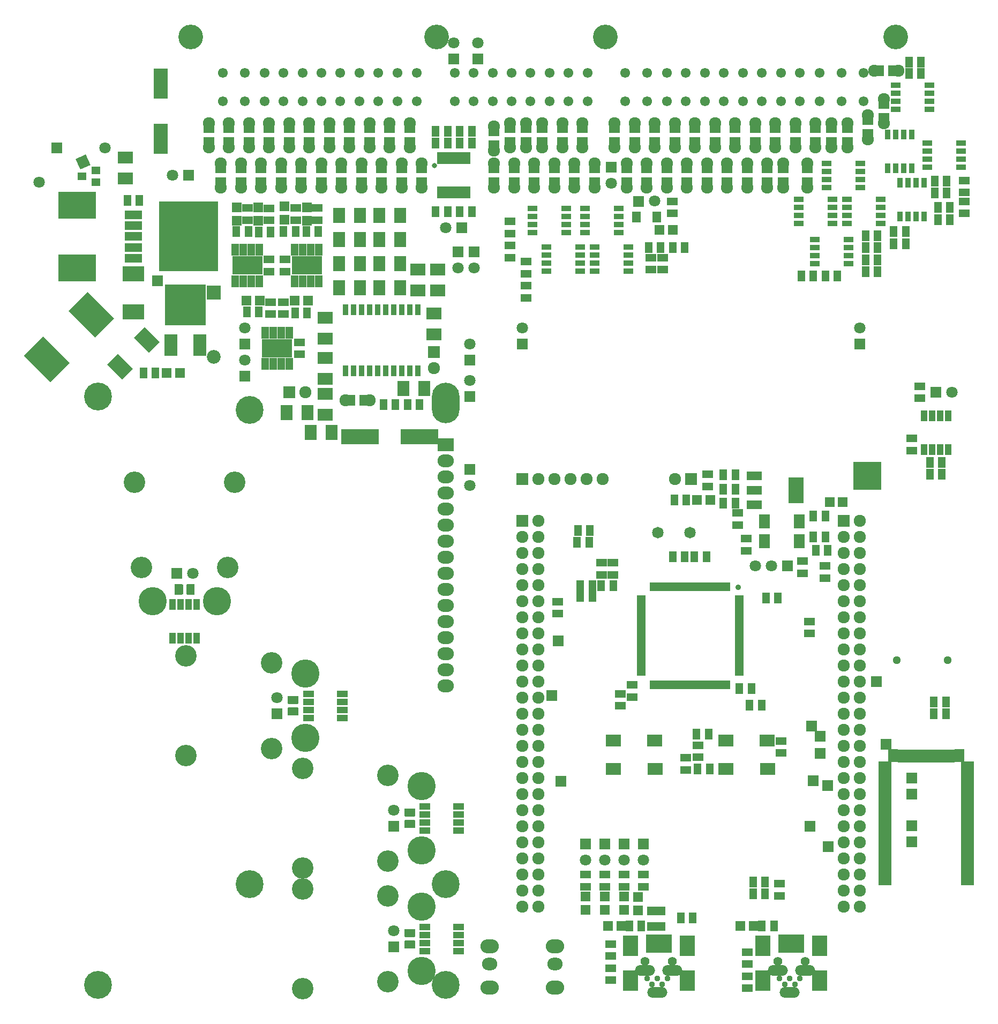
<source format=gts>
G04 (created by PCBNEW (2013-07-07 BZR 4022)-stable) date 7/10/2014 10:27:14 PM*
%MOIN*%
G04 Gerber Fmt 3.4, Leading zero omitted, Abs format*
%FSLAX34Y34*%
G01*
G70*
G90*
G04 APERTURE LIST*
%ADD10C,0.00393701*%
%ADD11C,0.173248*%
%ADD12O,0.100748X0.080748*%
%ADD13R,0.100748X0.080748*%
%ADD14O,0.173228X0.251968*%
%ADD15R,0.055748X0.025748*%
%ADD16R,0.025748X0.055748*%
%ADD17C,0.035748*%
%ADD18R,0.033448X0.074748*%
%ADD19C,0.032*%
%ADD20R,0.070748X0.050748*%
%ADD21C,0.075748*%
%ADD22R,0.023748X0.075748*%
%ADD23C,0.061048*%
%ADD24C,0.153548*%
%ADD25R,0.050748X0.070748*%
%ADD26R,0.070748X0.070748*%
%ADD27C,0.070748*%
%ADD28R,0.062948X0.062948*%
%ADD29R,0.075748X0.075748*%
%ADD30R,0.095748X0.159748*%
%ADD31R,0.095748X0.055748*%
%ADD32C,0.071748*%
%ADD33R,0.0433071X0.0551181*%
%ADD34R,0.0944882X0.0748031*%
%ADD35R,0.175748X0.175748*%
%ADD36R,0.133848X0.094448*%
%ADD37R,0.232248X0.167348*%
%ADD38R,0.105748X0.057748*%
%ADD39R,0.365748X0.435748*%
%ADD40R,0.080748X0.135748*%
%ADD41R,0.255748X0.255748*%
%ADD42R,0.090548X0.188948*%
%ADD43R,0.095748X0.075748*%
%ADD44R,0.055148X0.047248*%
%ADD45C,0.085748*%
%ADD46R,0.085748X0.085748*%
%ADD47R,0.075748X0.095748*%
%ADD48R,0.232248X0.094448*%
%ADD49R,0.035748X0.065748*%
%ADD50C,0.050748*%
%ADD51R,0.060748X0.035748*%
%ADD52R,0.035748X0.060748*%
%ADD53R,0.053748X0.065748*%
%ADD54R,0.039348X0.070848*%
%ADD55R,0.190748X0.115748*%
%ADD56R,0.045748X0.075748*%
%ADD57C,0.037748*%
%ADD58O,0.125748X0.065748*%
%ADD59R,0.035748X0.115748*%
%ADD60R,0.0944882X0.125748*%
%ADD61C,0.055748*%
%ADD62O,0.094448X0.078748*%
%ADD63O,0.114148X0.086648*%
%ADD64R,0.082648X0.062948*%
%ADD65R,0.062948X0.078648*%
%ADD66R,0.062948X0.082648*%
%ADD67R,0.075748X0.023748*%
%ADD68C,0.133848*%
%ADD69R,0.070848X0.039348*%
%ADD70R,0.060748X0.040748*%
%ADD71C,0.175748*%
%ADD72R,0.040748X0.060748*%
%ADD73R,0.0669291X0.0905512*%
G04 APERTURE END LIST*
G54D10*
G54D11*
X57295Y-42584D03*
X57295Y-72112D03*
X69500Y-72112D03*
G54D12*
X69500Y-58750D03*
X69500Y-59750D03*
G54D13*
X69500Y-44750D03*
G54D12*
X69500Y-45750D03*
X69500Y-46750D03*
X69500Y-47750D03*
X69500Y-48750D03*
X69500Y-49750D03*
X69500Y-50750D03*
X69500Y-51750D03*
X69500Y-52750D03*
X69500Y-53750D03*
X69500Y-54750D03*
X69500Y-55750D03*
X69500Y-56750D03*
X69500Y-57750D03*
G54D14*
X69500Y-42167D03*
G54D11*
X69500Y-78364D03*
X47845Y-41750D03*
X47846Y-78364D03*
G54D15*
X87750Y-54274D03*
X87750Y-58994D03*
X87750Y-58794D03*
X87750Y-58604D03*
X87750Y-58404D03*
X87750Y-58204D03*
X87750Y-58014D03*
X87750Y-57814D03*
X87750Y-57614D03*
X87750Y-57424D03*
X87750Y-57224D03*
X87750Y-57024D03*
X87750Y-56824D03*
X87750Y-56634D03*
X87750Y-56434D03*
X87750Y-56234D03*
X87750Y-56044D03*
X87750Y-55844D03*
X87750Y-55644D03*
X87750Y-55454D03*
X87750Y-55254D03*
X87750Y-55054D03*
X87750Y-54864D03*
X87750Y-54664D03*
X87750Y-54464D03*
G54D16*
X87060Y-59684D03*
X82340Y-59684D03*
X82540Y-59684D03*
X82730Y-59684D03*
X82930Y-59684D03*
X83130Y-59684D03*
X83320Y-59684D03*
X83520Y-59684D03*
X83720Y-59684D03*
X83910Y-59684D03*
X84110Y-59684D03*
X84310Y-59684D03*
X84510Y-59684D03*
X84700Y-59684D03*
X84900Y-59684D03*
X85100Y-59684D03*
X85290Y-59684D03*
X85490Y-59684D03*
X85690Y-59684D03*
X85880Y-59684D03*
X86080Y-59684D03*
X86280Y-59684D03*
X86470Y-59684D03*
X86670Y-59684D03*
X86870Y-59684D03*
X87060Y-53584D03*
X86860Y-53584D03*
X86670Y-53584D03*
X86470Y-53584D03*
X86270Y-53584D03*
X86080Y-53584D03*
X85880Y-53584D03*
X85680Y-53584D03*
X85490Y-53584D03*
X85290Y-53584D03*
X85090Y-53584D03*
X84890Y-53584D03*
X84700Y-53584D03*
X84500Y-53584D03*
X84300Y-53584D03*
X84110Y-53584D03*
X83910Y-53584D03*
X83710Y-53584D03*
X83520Y-53584D03*
X83320Y-53584D03*
X83120Y-53584D03*
X82930Y-53584D03*
X82730Y-53584D03*
X82530Y-53584D03*
X82340Y-53584D03*
G54D15*
X81650Y-54274D03*
X81650Y-54474D03*
X81650Y-54664D03*
X81650Y-54864D03*
X81650Y-55064D03*
X81650Y-55254D03*
X81650Y-55454D03*
X81650Y-55654D03*
X81650Y-55844D03*
X81650Y-56044D03*
X81650Y-56244D03*
X81650Y-56444D03*
X81650Y-56634D03*
X81650Y-56834D03*
X81650Y-57034D03*
X81650Y-57224D03*
X81650Y-57424D03*
X81650Y-57624D03*
X81650Y-57814D03*
X81650Y-58014D03*
X81650Y-58214D03*
X81650Y-58404D03*
X81650Y-58604D03*
X81650Y-58804D03*
X81650Y-58994D03*
G54D17*
X87700Y-53634D03*
G54D18*
X69125Y-29059D03*
X69375Y-29059D03*
X69625Y-29059D03*
X69875Y-29059D03*
X70125Y-29059D03*
X70375Y-29059D03*
X70625Y-29059D03*
X70875Y-29059D03*
X70875Y-26941D03*
X70625Y-26941D03*
X70375Y-26941D03*
X70125Y-26941D03*
X69875Y-26941D03*
X69625Y-26941D03*
X69375Y-26941D03*
X69125Y-26941D03*
G54D19*
X68800Y-27400D03*
G54D20*
X78000Y-25875D03*
X78000Y-25125D03*
G54D21*
X78000Y-24750D03*
X78000Y-26250D03*
G54D22*
X78000Y-25000D03*
X78000Y-26000D03*
G54D20*
X61000Y-25875D03*
X61000Y-25125D03*
G54D21*
X61000Y-24750D03*
X61000Y-26250D03*
G54D22*
X61000Y-25000D03*
X61000Y-26000D03*
G54D20*
X59750Y-25875D03*
X59750Y-25125D03*
G54D21*
X59750Y-24750D03*
X59750Y-26250D03*
G54D22*
X59750Y-25000D03*
X59750Y-26000D03*
G54D20*
X58500Y-25875D03*
X58500Y-25125D03*
G54D21*
X58500Y-24750D03*
X58500Y-26250D03*
G54D22*
X58500Y-25000D03*
X58500Y-26000D03*
G54D20*
X57250Y-25875D03*
X57250Y-25125D03*
G54D21*
X57250Y-24750D03*
X57250Y-26250D03*
G54D22*
X57250Y-25000D03*
X57250Y-26000D03*
G54D20*
X54750Y-25875D03*
X54750Y-25125D03*
G54D21*
X54750Y-24750D03*
X54750Y-26250D03*
G54D22*
X54750Y-26000D03*
X54750Y-25000D03*
G54D20*
X56000Y-25875D03*
X56000Y-25125D03*
G54D21*
X56000Y-24750D03*
X56000Y-26250D03*
G54D22*
X56000Y-26000D03*
X56000Y-25000D03*
G54D20*
X87000Y-28375D03*
X87000Y-27625D03*
G54D21*
X87000Y-27250D03*
X87000Y-28750D03*
G54D22*
X87000Y-28500D03*
X87000Y-27500D03*
G54D23*
X55621Y-21628D03*
X55621Y-23400D03*
X56998Y-23400D03*
X56998Y-21628D03*
X61762Y-21628D03*
X61762Y-23400D03*
X60581Y-23400D03*
X60581Y-21628D03*
X58219Y-21628D03*
X58219Y-23400D03*
X59400Y-23400D03*
X59400Y-21628D03*
X64124Y-21628D03*
X64124Y-23400D03*
X62943Y-23400D03*
X62943Y-21628D03*
X65305Y-21628D03*
X65305Y-23400D03*
X66486Y-23400D03*
X66486Y-21628D03*
X73592Y-21628D03*
X73592Y-23400D03*
X72411Y-23400D03*
X72411Y-21628D03*
X70049Y-21628D03*
X70049Y-23400D03*
X71230Y-23400D03*
X71230Y-21628D03*
X75955Y-21628D03*
X75955Y-23400D03*
X74774Y-23400D03*
X74774Y-21628D03*
X77136Y-21628D03*
X77136Y-23400D03*
X67707Y-21628D03*
X67707Y-23400D03*
X78317Y-23400D03*
X78317Y-21628D03*
X82036Y-23400D03*
X82036Y-21628D03*
X80658Y-23400D03*
X80658Y-21628D03*
X86801Y-23400D03*
X86801Y-21628D03*
X85620Y-23400D03*
X85620Y-21628D03*
X83258Y-23400D03*
X83258Y-21628D03*
X84439Y-23400D03*
X84439Y-21628D03*
X89163Y-23400D03*
X89163Y-21628D03*
X87982Y-23400D03*
X87982Y-21628D03*
X90344Y-23400D03*
X90344Y-21628D03*
X91525Y-23400D03*
X91525Y-21628D03*
X92746Y-23400D03*
X92746Y-21628D03*
X94124Y-23400D03*
X94124Y-21628D03*
G54D24*
X53632Y-19384D03*
X68927Y-19384D03*
X79439Y-19384D03*
G54D23*
X95502Y-23400D03*
X95502Y-21628D03*
G54D24*
X97490Y-19384D03*
G54D20*
X75500Y-25875D03*
X75500Y-25125D03*
G54D21*
X75500Y-24750D03*
X75500Y-26250D03*
G54D20*
X77500Y-28375D03*
X77500Y-27625D03*
G54D21*
X77500Y-27250D03*
X77500Y-28750D03*
G54D20*
X76750Y-25875D03*
X76750Y-25125D03*
G54D21*
X76750Y-24750D03*
X76750Y-26250D03*
G54D20*
X78750Y-28375D03*
X78750Y-27625D03*
G54D21*
X78750Y-27250D03*
X78750Y-28750D03*
G54D20*
X80750Y-28375D03*
X80750Y-27625D03*
G54D21*
X80750Y-27250D03*
X80750Y-28750D03*
G54D20*
X80000Y-25875D03*
X80000Y-25125D03*
G54D21*
X80000Y-24750D03*
X80000Y-26250D03*
G54D20*
X82000Y-28375D03*
X82000Y-27625D03*
G54D21*
X82000Y-27250D03*
X82000Y-28750D03*
G54D20*
X81250Y-25875D03*
X81250Y-25125D03*
G54D21*
X81250Y-24750D03*
X81250Y-26250D03*
G54D20*
X83250Y-28375D03*
X83250Y-27625D03*
G54D21*
X83250Y-27250D03*
X83250Y-28750D03*
G54D20*
X82500Y-25875D03*
X82500Y-25125D03*
G54D21*
X82500Y-24750D03*
X82500Y-26250D03*
G54D20*
X84500Y-28375D03*
X84500Y-27625D03*
G54D21*
X84500Y-27250D03*
X84500Y-28750D03*
G54D20*
X83750Y-25875D03*
X83750Y-25125D03*
G54D21*
X83750Y-24750D03*
X83750Y-26250D03*
G54D20*
X85750Y-28375D03*
X85750Y-27625D03*
G54D21*
X85750Y-27250D03*
X85750Y-28750D03*
G54D20*
X85000Y-25875D03*
X85000Y-25125D03*
G54D21*
X85000Y-24750D03*
X85000Y-26250D03*
G54D20*
X76250Y-28375D03*
X76250Y-27625D03*
G54D21*
X76250Y-27250D03*
X76250Y-28750D03*
G54D20*
X86250Y-25875D03*
X86250Y-25125D03*
G54D21*
X86250Y-24750D03*
X86250Y-26250D03*
G54D20*
X88250Y-28375D03*
X88250Y-27625D03*
G54D21*
X88250Y-27250D03*
X88250Y-28750D03*
G54D20*
X87500Y-25875D03*
X87500Y-25125D03*
G54D21*
X87500Y-24750D03*
X87500Y-26250D03*
G54D20*
X89500Y-28375D03*
X89500Y-27625D03*
G54D21*
X89500Y-27250D03*
X89500Y-28750D03*
G54D20*
X88750Y-25875D03*
X88750Y-25125D03*
G54D21*
X88750Y-24750D03*
X88750Y-26250D03*
G54D20*
X90500Y-28375D03*
X90500Y-27625D03*
G54D21*
X90500Y-27250D03*
X90500Y-28750D03*
G54D20*
X90000Y-25875D03*
X90000Y-25125D03*
G54D21*
X90000Y-24750D03*
X90000Y-26250D03*
G54D20*
X92000Y-28375D03*
X92000Y-27625D03*
G54D21*
X92000Y-27250D03*
X92000Y-28750D03*
G54D20*
X91250Y-25875D03*
X91250Y-25125D03*
G54D21*
X91250Y-24750D03*
X91250Y-26250D03*
G54D20*
X93500Y-25875D03*
X93500Y-25125D03*
G54D21*
X93500Y-24750D03*
X93500Y-26250D03*
G54D20*
X92500Y-25875D03*
X92500Y-25125D03*
G54D21*
X92500Y-24750D03*
X92500Y-26250D03*
G54D20*
X95750Y-25375D03*
X95750Y-24625D03*
G54D21*
X95750Y-24250D03*
X95750Y-25750D03*
G54D20*
X94500Y-25875D03*
X94500Y-25125D03*
G54D21*
X94500Y-24750D03*
X94500Y-26250D03*
G54D20*
X96750Y-24375D03*
X96750Y-23625D03*
G54D21*
X96750Y-23250D03*
X96750Y-24750D03*
G54D25*
X97275Y-21500D03*
X96525Y-21500D03*
G54D21*
X96150Y-21500D03*
X97650Y-21500D03*
G54D20*
X65500Y-28375D03*
X65500Y-27625D03*
G54D21*
X65500Y-27250D03*
X65500Y-28750D03*
G54D20*
X56750Y-28375D03*
X56750Y-27625D03*
G54D21*
X56750Y-27250D03*
X56750Y-28750D03*
G54D20*
X58000Y-28375D03*
X58000Y-27625D03*
G54D21*
X58000Y-27250D03*
X58000Y-28750D03*
G54D20*
X59250Y-28375D03*
X59250Y-27625D03*
G54D21*
X59250Y-27250D03*
X59250Y-28750D03*
G54D20*
X60500Y-28375D03*
X60500Y-27625D03*
G54D21*
X60500Y-27250D03*
X60500Y-28750D03*
G54D20*
X61750Y-28375D03*
X61750Y-27625D03*
G54D21*
X61750Y-27250D03*
X61750Y-28750D03*
G54D20*
X63000Y-28375D03*
X63000Y-27625D03*
G54D21*
X63000Y-27250D03*
X63000Y-28750D03*
G54D20*
X62250Y-25875D03*
X62250Y-25125D03*
G54D21*
X62250Y-24750D03*
X62250Y-26250D03*
G54D20*
X64250Y-28375D03*
X64250Y-27625D03*
G54D21*
X64250Y-27250D03*
X64250Y-28750D03*
G54D20*
X63500Y-25875D03*
X63500Y-25125D03*
G54D21*
X63500Y-24750D03*
X63500Y-26250D03*
G54D20*
X55500Y-28375D03*
X55500Y-27625D03*
G54D21*
X55500Y-27250D03*
X55500Y-28750D03*
G54D20*
X64750Y-25875D03*
X64750Y-25125D03*
G54D21*
X64750Y-24750D03*
X64750Y-26250D03*
G54D20*
X66750Y-28375D03*
X66750Y-27625D03*
G54D21*
X66750Y-27250D03*
X66750Y-28750D03*
G54D20*
X66000Y-25875D03*
X66000Y-25125D03*
G54D21*
X66000Y-24750D03*
X66000Y-26250D03*
G54D20*
X68000Y-28375D03*
X68000Y-27625D03*
G54D21*
X68000Y-27250D03*
X68000Y-28750D03*
G54D20*
X67250Y-25875D03*
X67250Y-25125D03*
G54D21*
X67250Y-24750D03*
X67250Y-26250D03*
G54D20*
X72500Y-28375D03*
X72500Y-27625D03*
G54D21*
X72500Y-27250D03*
X72500Y-28750D03*
G54D20*
X72500Y-26075D03*
X72500Y-25325D03*
G54D21*
X72500Y-24950D03*
X72500Y-26450D03*
G54D26*
X74250Y-38500D03*
G54D27*
X74250Y-37500D03*
G54D26*
X95250Y-38500D03*
G54D27*
X95250Y-37500D03*
G54D26*
X70500Y-31250D03*
G54D27*
X69500Y-31250D03*
G54D20*
X90350Y-63934D03*
X90350Y-63184D03*
G54D25*
X84975Y-51734D03*
X85725Y-51734D03*
X84375Y-51734D03*
X83625Y-51734D03*
G54D20*
X84425Y-64984D03*
X84425Y-64234D03*
G54D25*
X77875Y-53534D03*
X78625Y-53534D03*
X77875Y-54184D03*
X78625Y-54184D03*
G54D20*
X79200Y-52109D03*
X79200Y-52859D03*
X79900Y-52109D03*
X79900Y-52859D03*
X87650Y-49759D03*
X87650Y-49009D03*
G54D25*
X78475Y-50084D03*
X77725Y-50084D03*
X83725Y-48184D03*
X84475Y-48184D03*
G54D20*
X81100Y-60459D03*
X81100Y-59709D03*
G54D25*
X88525Y-59934D03*
X87775Y-59934D03*
X90175Y-54284D03*
X89425Y-54284D03*
G54D20*
X80350Y-60259D03*
X80350Y-61009D03*
X93100Y-53059D03*
X93100Y-52309D03*
G54D25*
X88400Y-60959D03*
X89150Y-60959D03*
X86775Y-48384D03*
X87525Y-48384D03*
X87525Y-47534D03*
X86775Y-47534D03*
G54D28*
X85137Y-48184D03*
X85963Y-48184D03*
G54D25*
X78425Y-50834D03*
X77675Y-50834D03*
G54D26*
X78200Y-69584D03*
G54D27*
X78200Y-70584D03*
G54D26*
X79400Y-69584D03*
G54D27*
X79400Y-70584D03*
G54D26*
X80600Y-69584D03*
G54D27*
X80600Y-70584D03*
G54D26*
X81800Y-69584D03*
G54D27*
X81800Y-70584D03*
G54D26*
X90750Y-52284D03*
G54D27*
X89750Y-52284D03*
X88750Y-52284D03*
G54D29*
X74250Y-49484D03*
G54D21*
X75250Y-49484D03*
X74250Y-50484D03*
X75250Y-50484D03*
X74250Y-51484D03*
X75250Y-51484D03*
X74250Y-52484D03*
X75250Y-52484D03*
X74250Y-53484D03*
X75250Y-53484D03*
X74250Y-54484D03*
X75250Y-54484D03*
X74250Y-55484D03*
X75250Y-55484D03*
X74250Y-56484D03*
X75250Y-56484D03*
X74250Y-57484D03*
X75250Y-57484D03*
X74250Y-58484D03*
X75250Y-58484D03*
X74250Y-59484D03*
X75250Y-59484D03*
X74250Y-60484D03*
X75250Y-60484D03*
X74250Y-61484D03*
X75250Y-61484D03*
X74250Y-62484D03*
X75250Y-62484D03*
X74250Y-63484D03*
X75250Y-63484D03*
X74250Y-64484D03*
X75250Y-64484D03*
X74250Y-65484D03*
X75250Y-65484D03*
X74250Y-66484D03*
X75250Y-66484D03*
X74250Y-67484D03*
X75250Y-67484D03*
X74250Y-68484D03*
X75250Y-68484D03*
X74250Y-69484D03*
X75250Y-69484D03*
X74250Y-70484D03*
X75250Y-70484D03*
X74250Y-71484D03*
X75250Y-71484D03*
X74250Y-72484D03*
X75250Y-72484D03*
X74250Y-73484D03*
X75250Y-73484D03*
G54D29*
X94250Y-49484D03*
G54D21*
X95250Y-49484D03*
X94250Y-50484D03*
X95250Y-50484D03*
X94250Y-51484D03*
X95250Y-51484D03*
X94250Y-52484D03*
X95250Y-52484D03*
X94250Y-53484D03*
X95250Y-53484D03*
X94250Y-54484D03*
X95250Y-54484D03*
X94250Y-55484D03*
X95250Y-55484D03*
X94250Y-56484D03*
X95250Y-56484D03*
X94250Y-57484D03*
X95250Y-57484D03*
X94250Y-58484D03*
X95250Y-58484D03*
X94250Y-59484D03*
X95250Y-59484D03*
X94250Y-60484D03*
X95250Y-60484D03*
X94250Y-61484D03*
X95250Y-61484D03*
X94250Y-62484D03*
X95250Y-62484D03*
X94250Y-63484D03*
X95250Y-63484D03*
X94250Y-64484D03*
X95250Y-64484D03*
X94250Y-65484D03*
X95250Y-65484D03*
X94250Y-66484D03*
X95250Y-66484D03*
X94250Y-67484D03*
X95250Y-67484D03*
X94250Y-68484D03*
X95250Y-68484D03*
X94250Y-69484D03*
X95250Y-69484D03*
X94250Y-70484D03*
X95250Y-70484D03*
X94250Y-71484D03*
X95250Y-71484D03*
X94250Y-72484D03*
X95250Y-72484D03*
X94250Y-73484D03*
X95250Y-73484D03*
G54D29*
X84750Y-46884D03*
G54D21*
X83750Y-46884D03*
G54D29*
X74250Y-46884D03*
G54D21*
X75250Y-46884D03*
X76250Y-46884D03*
X77250Y-46884D03*
X78250Y-46884D03*
X79250Y-46884D03*
G54D25*
X85100Y-62759D03*
X85850Y-62759D03*
G54D20*
X85200Y-64209D03*
X85200Y-63459D03*
G54D25*
X85175Y-64934D03*
X85925Y-64934D03*
G54D20*
X92125Y-55759D03*
X92125Y-56509D03*
X76450Y-54525D03*
X76450Y-55275D03*
X78200Y-72259D03*
X78200Y-71509D03*
X79400Y-72259D03*
X79400Y-71509D03*
X80600Y-72259D03*
X80600Y-71509D03*
X81800Y-72259D03*
X81800Y-71509D03*
G54D25*
X79925Y-53534D03*
X79175Y-53534D03*
G54D20*
X85800Y-47359D03*
X85800Y-46609D03*
G54D25*
X80925Y-74700D03*
X81675Y-74700D03*
X93125Y-49184D03*
X92375Y-49184D03*
G54D30*
X91300Y-47584D03*
G54D31*
X88700Y-47584D03*
X88700Y-48484D03*
X88700Y-46684D03*
G54D32*
X82700Y-50234D03*
X84700Y-50234D03*
G54D20*
X79750Y-76575D03*
X79750Y-75825D03*
X79750Y-77325D03*
X79750Y-78075D03*
X91700Y-52759D03*
X91700Y-52009D03*
X88200Y-51359D03*
X88200Y-50609D03*
G54D33*
X82974Y-73777D03*
X82600Y-73777D03*
X82225Y-73777D03*
X82225Y-74722D03*
X82600Y-74722D03*
X82974Y-74722D03*
G54D34*
X86920Y-63148D03*
X89479Y-63148D03*
X89518Y-64919D03*
X86920Y-64919D03*
X79920Y-63148D03*
X82479Y-63148D03*
X82518Y-64919D03*
X79920Y-64919D03*
G54D35*
X95710Y-46704D03*
G54D28*
X80590Y-72871D03*
X80590Y-73697D03*
X78190Y-72871D03*
X78190Y-73697D03*
X79390Y-72871D03*
X79390Y-73697D03*
X81450Y-72887D03*
X81450Y-73713D03*
X80413Y-74700D03*
X79587Y-74700D03*
X93377Y-48324D03*
X94203Y-48324D03*
G54D25*
X84125Y-74200D03*
X84875Y-74200D03*
X86775Y-46624D03*
X87525Y-46624D03*
X92515Y-51324D03*
X93265Y-51324D03*
X92375Y-50504D03*
X93125Y-50504D03*
X69625Y-26000D03*
X68875Y-26000D03*
X71125Y-26000D03*
X70375Y-26000D03*
X69625Y-25250D03*
X68875Y-25250D03*
X71125Y-25250D03*
X70375Y-25250D03*
X68875Y-30250D03*
X69625Y-30250D03*
X70375Y-30250D03*
X71125Y-30250D03*
G54D36*
X50056Y-36491D03*
X50056Y-34129D03*
G54D10*
G36*
X49360Y-40702D02*
X48413Y-39755D01*
X49081Y-39087D01*
X50028Y-40034D01*
X49360Y-40702D01*
X49360Y-40702D01*
G37*
G36*
X51030Y-39032D02*
X50084Y-38085D01*
X50751Y-37417D01*
X51698Y-38364D01*
X51030Y-39032D01*
X51030Y-39032D01*
G37*
G54D37*
X46556Y-29851D03*
X46556Y-33769D03*
G54D10*
G36*
X47211Y-35262D02*
X48854Y-36904D01*
X47670Y-38087D01*
X46028Y-36445D01*
X47211Y-35262D01*
X47211Y-35262D01*
G37*
G36*
X44441Y-38032D02*
X46083Y-39674D01*
X44900Y-40858D01*
X43258Y-39215D01*
X44441Y-38032D01*
X44441Y-38032D01*
G37*
G54D25*
X50681Y-40310D03*
X51431Y-40310D03*
G54D28*
X52143Y-40310D03*
X52969Y-40310D03*
G54D38*
X50056Y-30470D03*
G54D39*
X53506Y-31810D03*
G54D38*
X50056Y-31810D03*
X50056Y-31140D03*
X50056Y-32480D03*
X50056Y-33150D03*
G54D40*
X52406Y-38560D03*
G54D41*
X53306Y-36060D03*
G54D40*
X54206Y-38560D03*
G54D42*
X51750Y-25732D03*
X51750Y-22307D03*
G54D25*
X49681Y-29560D03*
X50431Y-29560D03*
G54D26*
X51556Y-34560D03*
G54D43*
X49556Y-28210D03*
X49556Y-26910D03*
G54D44*
X46873Y-28060D03*
X47739Y-27685D03*
X47739Y-28435D03*
G54D45*
X55056Y-39310D03*
G54D46*
X55056Y-35310D03*
G54D10*
G36*
X46744Y-27646D02*
X46445Y-27005D01*
X47086Y-26706D01*
X47385Y-27347D01*
X46744Y-27646D01*
X46744Y-27646D01*
G37*
G54D27*
X44196Y-28443D03*
G54D26*
X45306Y-26310D03*
G54D27*
X48306Y-26310D03*
G54D26*
X53500Y-28000D03*
G54D27*
X52500Y-28000D03*
G54D43*
X68750Y-37900D03*
X68750Y-36600D03*
X67750Y-33850D03*
X67750Y-35150D03*
X62000Y-42900D03*
X62000Y-41600D03*
X69000Y-33850D03*
X69000Y-35150D03*
X62000Y-38150D03*
X62000Y-36850D03*
G54D47*
X68150Y-41250D03*
X66850Y-41250D03*
G54D43*
X62000Y-40650D03*
X62000Y-39350D03*
G54D47*
X65350Y-35000D03*
X66650Y-35000D03*
X64150Y-35000D03*
X62850Y-35000D03*
X65350Y-33500D03*
X66650Y-33500D03*
X62850Y-32000D03*
X64150Y-32000D03*
X62850Y-30500D03*
X64150Y-30500D03*
X66650Y-30500D03*
X65350Y-30500D03*
X66650Y-32000D03*
X65350Y-32000D03*
G54D25*
X67875Y-42250D03*
X67125Y-42250D03*
X65625Y-42250D03*
X66375Y-42250D03*
G54D48*
X64150Y-44250D03*
X67850Y-44250D03*
G54D47*
X62400Y-44000D03*
X61100Y-44000D03*
X60900Y-42750D03*
X59600Y-42750D03*
G54D49*
X67750Y-36350D03*
X67250Y-36350D03*
X66750Y-36350D03*
X66250Y-36350D03*
X65750Y-36350D03*
X65250Y-36350D03*
X64750Y-36350D03*
X64250Y-36350D03*
X63750Y-36350D03*
X63250Y-36350D03*
X63250Y-40150D03*
X63750Y-40150D03*
X64250Y-40150D03*
X64750Y-40150D03*
X65250Y-40150D03*
X65750Y-40150D03*
X66250Y-40150D03*
X66750Y-40150D03*
X67250Y-40150D03*
X67750Y-40150D03*
G54D29*
X59750Y-41500D03*
G54D21*
X60750Y-41500D03*
G54D26*
X71000Y-41750D03*
G54D27*
X71000Y-40750D03*
G54D26*
X71000Y-39500D03*
G54D27*
X71000Y-38500D03*
G54D20*
X88250Y-76325D03*
X88250Y-77075D03*
G54D25*
X88625Y-71950D03*
X89375Y-71950D03*
X89375Y-72700D03*
X88625Y-72700D03*
G54D20*
X90250Y-72075D03*
X90250Y-72825D03*
X88250Y-77825D03*
X88250Y-78575D03*
G54D25*
X89925Y-74700D03*
X89175Y-74700D03*
X100625Y-60750D03*
X99875Y-60750D03*
X99875Y-61500D03*
X100625Y-61500D03*
G54D28*
X88663Y-74700D03*
X87837Y-74700D03*
G54D50*
X97576Y-58158D03*
X100725Y-58158D03*
G54D20*
X83000Y-33125D03*
X83000Y-33875D03*
G54D25*
X83625Y-32500D03*
X84375Y-32500D03*
G54D20*
X73500Y-32375D03*
X73500Y-33125D03*
X74500Y-34875D03*
X74500Y-35625D03*
G54D25*
X95625Y-34000D03*
X96375Y-34000D03*
X92375Y-34250D03*
X91625Y-34250D03*
X96375Y-33250D03*
X95625Y-33250D03*
X93875Y-34250D03*
X93125Y-34250D03*
G54D20*
X73500Y-30875D03*
X73500Y-31625D03*
X74500Y-33375D03*
X74500Y-34125D03*
G54D25*
X82125Y-32500D03*
X82875Y-32500D03*
G54D20*
X82250Y-33875D03*
X82250Y-33125D03*
G54D51*
X92450Y-33500D03*
X94550Y-33500D03*
X92450Y-33000D03*
X92450Y-32500D03*
X92450Y-32000D03*
X94550Y-33000D03*
X94550Y-32500D03*
X94550Y-32000D03*
X91450Y-31000D03*
X93550Y-31000D03*
X91450Y-30500D03*
X91450Y-30000D03*
X91450Y-29500D03*
X93550Y-30500D03*
X93550Y-30000D03*
X93550Y-29500D03*
X77000Y-30050D03*
X74900Y-30050D03*
X77000Y-30550D03*
X77000Y-31050D03*
X77000Y-31550D03*
X74900Y-30550D03*
X74900Y-31050D03*
X74900Y-31550D03*
X78150Y-31550D03*
X80250Y-31550D03*
X78150Y-31050D03*
X78150Y-30550D03*
X78150Y-30050D03*
X80250Y-31050D03*
X80250Y-30550D03*
X80250Y-30050D03*
X78750Y-33950D03*
X80850Y-33950D03*
X78750Y-33450D03*
X78750Y-32950D03*
X78750Y-32450D03*
X80850Y-33450D03*
X80850Y-32950D03*
X80850Y-32450D03*
X77850Y-32450D03*
X75750Y-32450D03*
X77850Y-32950D03*
X77850Y-33450D03*
X77850Y-33950D03*
X75750Y-32950D03*
X75750Y-33450D03*
X75750Y-33950D03*
G54D52*
X97000Y-25450D03*
X97000Y-27550D03*
X97500Y-25450D03*
X98000Y-25450D03*
X98500Y-25450D03*
X97500Y-27550D03*
X98000Y-27550D03*
X98500Y-27550D03*
G54D51*
X97500Y-23900D03*
X99600Y-23900D03*
X97500Y-23400D03*
X97500Y-22900D03*
X97500Y-22400D03*
X99600Y-23400D03*
X99600Y-22900D03*
X99600Y-22400D03*
X99450Y-27500D03*
X101550Y-27500D03*
X99450Y-27000D03*
X99450Y-26500D03*
X99450Y-26000D03*
X101550Y-27000D03*
X101550Y-26500D03*
X101550Y-26000D03*
G54D52*
X97750Y-28450D03*
X97750Y-30550D03*
X98250Y-28450D03*
X98750Y-28450D03*
X99250Y-28450D03*
X98250Y-30550D03*
X98750Y-30550D03*
X99250Y-30550D03*
G54D51*
X94450Y-31000D03*
X96550Y-31000D03*
X94450Y-30500D03*
X94450Y-30000D03*
X94450Y-29500D03*
X96550Y-30500D03*
X96550Y-30000D03*
X96550Y-29500D03*
X93200Y-28750D03*
X95300Y-28750D03*
X93200Y-28250D03*
X93200Y-27750D03*
X93200Y-27250D03*
X95300Y-28250D03*
X95300Y-27750D03*
X95300Y-27250D03*
G54D25*
X99075Y-20950D03*
X98325Y-20950D03*
G54D20*
X101750Y-28325D03*
X101750Y-29075D03*
G54D25*
X100675Y-28350D03*
X99925Y-28350D03*
X100875Y-30000D03*
X100125Y-30000D03*
X98125Y-31500D03*
X97375Y-31500D03*
X96375Y-31750D03*
X95625Y-31750D03*
G54D53*
X82640Y-30610D03*
X81350Y-30610D03*
G54D20*
X83600Y-29625D03*
X83600Y-30375D03*
G54D26*
X81500Y-29625D03*
G54D27*
X82500Y-29600D03*
G54D26*
X79800Y-27500D03*
G54D27*
X79800Y-28500D03*
G54D25*
X97375Y-32250D03*
X98125Y-32250D03*
X95625Y-32500D03*
X96375Y-32500D03*
X99925Y-29100D03*
X100675Y-29100D03*
X100125Y-30750D03*
X100875Y-30750D03*
G54D20*
X101750Y-29625D03*
X101750Y-30375D03*
G54D25*
X98325Y-21650D03*
X99075Y-21650D03*
G54D28*
X83613Y-31400D03*
X82787Y-31400D03*
G54D25*
X99625Y-46600D03*
X100375Y-46600D03*
X100375Y-45850D03*
X99625Y-45850D03*
G54D20*
X98500Y-44375D03*
X98500Y-45125D03*
G54D54*
X99250Y-42950D03*
X99250Y-45050D03*
X99750Y-42950D03*
X100250Y-42950D03*
X100750Y-42950D03*
X99750Y-45050D03*
X100250Y-45050D03*
X100750Y-45050D03*
G54D20*
X99000Y-41125D03*
X99000Y-41875D03*
G54D26*
X100000Y-41500D03*
G54D27*
X101000Y-41500D03*
G54D55*
X59000Y-38755D03*
G54D56*
X59750Y-37780D03*
X59250Y-37780D03*
X58750Y-37780D03*
X58250Y-37780D03*
X59750Y-39730D03*
X59250Y-39730D03*
X58750Y-39730D03*
X58250Y-39730D03*
G54D55*
X60850Y-33605D03*
G54D56*
X61600Y-32630D03*
X61100Y-32630D03*
X60600Y-32630D03*
X60100Y-32630D03*
X61600Y-34580D03*
X61100Y-34580D03*
X60600Y-34580D03*
X60100Y-34580D03*
G54D55*
X57150Y-33605D03*
G54D56*
X57900Y-32630D03*
X57400Y-32630D03*
X56900Y-32630D03*
X56400Y-32630D03*
X57900Y-34580D03*
X57400Y-34580D03*
X56900Y-34580D03*
X56400Y-34580D03*
G54D25*
X60875Y-36555D03*
X60125Y-36555D03*
G54D20*
X59400Y-35880D03*
X59400Y-36630D03*
G54D25*
X59400Y-31505D03*
X60150Y-31505D03*
X57850Y-31530D03*
X58600Y-31530D03*
G54D20*
X58500Y-30055D03*
X58500Y-30805D03*
X59500Y-33980D03*
X59500Y-33230D03*
X57150Y-30030D03*
X57150Y-30780D03*
G54D25*
X56475Y-31505D03*
X57225Y-31505D03*
G54D20*
X58600Y-35880D03*
X58600Y-36630D03*
G54D25*
X57125Y-36505D03*
X57875Y-36505D03*
G54D20*
X58500Y-33980D03*
X58500Y-33230D03*
X60150Y-30030D03*
X60150Y-30780D03*
X60400Y-39130D03*
X60400Y-38380D03*
X61500Y-30030D03*
X61500Y-30780D03*
G54D25*
X60825Y-31505D03*
X61575Y-31505D03*
G54D28*
X60913Y-35805D03*
X60087Y-35805D03*
X59475Y-30768D03*
X59475Y-29942D03*
X57825Y-30818D03*
X57825Y-29992D03*
X56500Y-30818D03*
X56500Y-29992D03*
X60850Y-30818D03*
X60850Y-29992D03*
X57087Y-35805D03*
X57913Y-35805D03*
G54D26*
X57000Y-38500D03*
G54D27*
X57000Y-37500D03*
G54D47*
X64150Y-33500D03*
X62850Y-33500D03*
G54D26*
X57000Y-40500D03*
G54D27*
X57000Y-39500D03*
G54D29*
X68750Y-39000D03*
G54D21*
X68750Y-40000D03*
G54D20*
X74500Y-25875D03*
X74500Y-25125D03*
G54D21*
X74500Y-24750D03*
X74500Y-26250D03*
G54D20*
X75000Y-28375D03*
X75000Y-27625D03*
G54D21*
X75000Y-27250D03*
X75000Y-28750D03*
G54D20*
X73500Y-25875D03*
X73500Y-25125D03*
G54D21*
X73500Y-24750D03*
X73500Y-26250D03*
G54D20*
X73750Y-28375D03*
X73750Y-27625D03*
G54D21*
X73750Y-27250D03*
X73750Y-28750D03*
G54D57*
X82020Y-77953D03*
X82335Y-78346D03*
X82650Y-77953D03*
X82964Y-78346D03*
X83279Y-77953D03*
G54D58*
X82650Y-78838D03*
X81901Y-77461D03*
X83594Y-77461D03*
G54D59*
X82120Y-75800D03*
X82435Y-75800D03*
X82750Y-75800D03*
X83064Y-75800D03*
X83379Y-75800D03*
G54D60*
X80978Y-78081D03*
X84521Y-78081D03*
X80978Y-75915D03*
X84521Y-75915D03*
G54D61*
X81900Y-76900D03*
X83600Y-76900D03*
G54D59*
X90370Y-75800D03*
X90685Y-75800D03*
X91000Y-75800D03*
X91314Y-75800D03*
X91629Y-75800D03*
G54D60*
X89228Y-78081D03*
X92771Y-78081D03*
X89228Y-75915D03*
X92771Y-75915D03*
G54D61*
X90150Y-76900D03*
X91850Y-76900D03*
G54D57*
X90270Y-77953D03*
X90585Y-78346D03*
X90900Y-77953D03*
X91214Y-78346D03*
X91529Y-77953D03*
G54D58*
X90900Y-78838D03*
X90151Y-77461D03*
X91844Y-77461D03*
G54D26*
X71500Y-20750D03*
G54D27*
X71500Y-19750D03*
G54D26*
X70000Y-20750D03*
G54D27*
X70000Y-19750D03*
G54D62*
X72222Y-77072D03*
X76278Y-77072D03*
G54D63*
X76278Y-75970D03*
X72222Y-75970D03*
X76278Y-78530D03*
X72222Y-78530D03*
G54D64*
X101959Y-65957D03*
X101959Y-65366D03*
X101959Y-64776D03*
X101959Y-66547D03*
X101959Y-67138D03*
X101959Y-67728D03*
X101959Y-68319D03*
X101959Y-68909D03*
X101959Y-69500D03*
X101959Y-70091D03*
X101959Y-70681D03*
X101959Y-71272D03*
X101959Y-71862D03*
G54D65*
X101467Y-64108D03*
G54D66*
X100875Y-64126D03*
X100285Y-64126D03*
X99695Y-64126D03*
X99105Y-64126D03*
X98515Y-64126D03*
X97925Y-64126D03*
G54D65*
X97335Y-64107D03*
G54D64*
X96841Y-64776D03*
X96841Y-65366D03*
X96841Y-65958D03*
X96841Y-66547D03*
X96841Y-67138D03*
X96841Y-67728D03*
X96841Y-68319D03*
X96841Y-68909D03*
X96841Y-69500D03*
X96841Y-70091D03*
X96841Y-70681D03*
X96841Y-71272D03*
X96841Y-71862D03*
G54D26*
X70250Y-32750D03*
G54D27*
X70250Y-33750D03*
G54D26*
X71250Y-32750D03*
G54D27*
X71250Y-33750D03*
G54D67*
X64500Y-42000D03*
G54D25*
X63625Y-42000D03*
X64375Y-42000D03*
G54D21*
X64750Y-42000D03*
X63250Y-42000D03*
G54D67*
X63500Y-42000D03*
G54D26*
X71000Y-46300D03*
G54D27*
X71000Y-47300D03*
G54D26*
X92800Y-62900D03*
X93300Y-69750D03*
X96300Y-59500D03*
X92250Y-62250D03*
X96900Y-63400D03*
X92800Y-63950D03*
X98500Y-65500D03*
X92350Y-65650D03*
X98500Y-66500D03*
X93250Y-65950D03*
X76650Y-65700D03*
X76100Y-60350D03*
X76500Y-56950D03*
X98500Y-68450D03*
X92150Y-68500D03*
X98500Y-69450D03*
G54D68*
X60593Y-78610D03*
X60593Y-72390D03*
X65907Y-78177D03*
X65907Y-72823D03*
G54D69*
X70300Y-74750D03*
X68200Y-74750D03*
X70300Y-75250D03*
X70300Y-75750D03*
X70300Y-76250D03*
X68200Y-75250D03*
X68200Y-75750D03*
X68200Y-76250D03*
G54D20*
X67250Y-75125D03*
X67250Y-75875D03*
G54D70*
X67250Y-75200D03*
X67250Y-75800D03*
G54D26*
X66250Y-76000D03*
G54D27*
X66250Y-75000D03*
G54D71*
X68000Y-77500D03*
X68000Y-73500D03*
G54D68*
X60593Y-71110D03*
X60593Y-64890D03*
X65907Y-70677D03*
X65907Y-65323D03*
G54D69*
X70300Y-67250D03*
X68200Y-67250D03*
X70300Y-67750D03*
X70300Y-68250D03*
X70300Y-68750D03*
X68200Y-67750D03*
X68200Y-68250D03*
X68200Y-68750D03*
G54D20*
X67250Y-67625D03*
X67250Y-68375D03*
G54D70*
X67250Y-67700D03*
X67250Y-68300D03*
G54D26*
X66250Y-68500D03*
G54D27*
X66250Y-67500D03*
G54D71*
X68000Y-70000D03*
X68000Y-66000D03*
G54D68*
X53343Y-64110D03*
X53343Y-57890D03*
X58657Y-63677D03*
X58657Y-58323D03*
G54D69*
X63050Y-60250D03*
X60950Y-60250D03*
X63050Y-60750D03*
X63050Y-61250D03*
X63050Y-61750D03*
X60950Y-60750D03*
X60950Y-61250D03*
X60950Y-61750D03*
G54D20*
X60000Y-60625D03*
X60000Y-61375D03*
G54D70*
X60000Y-60700D03*
X60000Y-61300D03*
G54D26*
X59000Y-61500D03*
G54D27*
X59000Y-60500D03*
G54D71*
X60750Y-59000D03*
X60750Y-63000D03*
G54D68*
X50140Y-47093D03*
X56360Y-47093D03*
X50573Y-52407D03*
X55927Y-52407D03*
G54D54*
X54000Y-56800D03*
X54000Y-54700D03*
X53500Y-56800D03*
X53000Y-56800D03*
X52500Y-56800D03*
X53500Y-54700D03*
X53000Y-54700D03*
X52500Y-54700D03*
G54D25*
X53625Y-53750D03*
X52875Y-53750D03*
G54D72*
X53550Y-53750D03*
X52950Y-53750D03*
G54D26*
X52750Y-52750D03*
G54D27*
X53750Y-52750D03*
G54D71*
X55250Y-54500D03*
X51250Y-54500D03*
G54D73*
X89317Y-50779D03*
X91482Y-50779D03*
X91482Y-49520D03*
X89317Y-49520D03*
M02*

</source>
